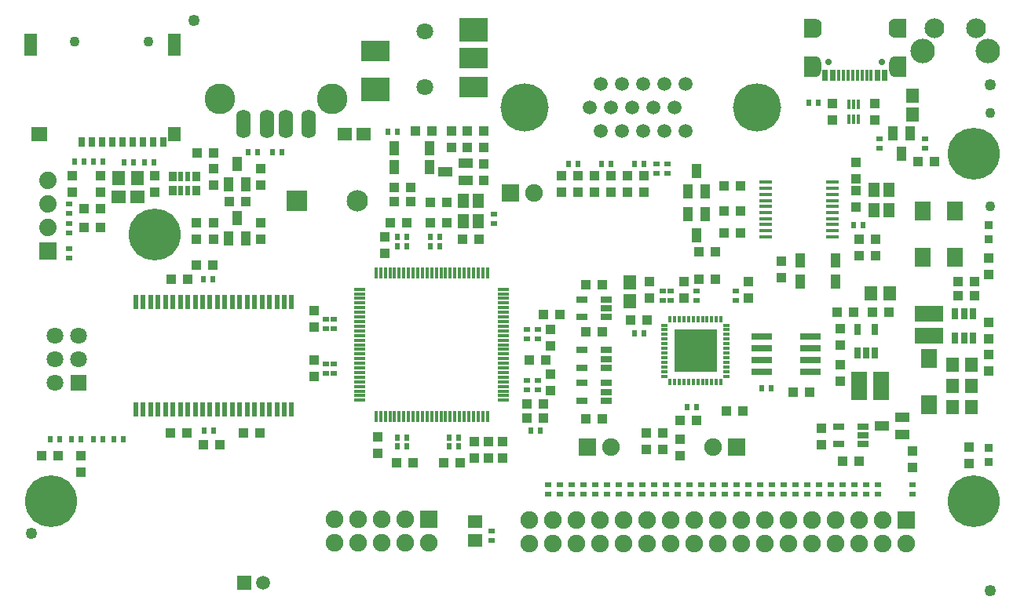
<source format=gbr>
G04 #@! TF.GenerationSoftware,KiCad,Pcbnew,5.1.0-rc2-unknown-036be7d~80~ubuntu16.04.1*
G04 #@! TF.CreationDate,2022-12-16T15:04:29+02:00*
G04 #@! TF.ProjectId,AgonLight2_Rev_B,41676f6e-4c69-4676-9874-325f5265765f,rev?*
G04 #@! TF.SameCoordinates,Original*
G04 #@! TF.FileFunction,Soldermask,Top*
G04 #@! TF.FilePolarity,Negative*
%FSLAX46Y46*%
G04 Gerber Fmt 4.6, Leading zero omitted, Abs format (unit mm)*
G04 Created by KiCad (PCBNEW 5.1.0-rc2-unknown-036be7d~80~ubuntu16.04.1) date 2022-12-16 15:04:29*
%MOMM*%
%LPD*%
G04 APERTURE LIST*
%ADD10R,1.301600X1.501600*%
%ADD11C,1.901600*%
%ADD12R,1.851600X1.851600*%
%ADD13R,1.371600X1.625600*%
%ADD14C,1.801600*%
%ADD15R,1.801600X1.801600*%
%ADD16R,2.301600X0.701600*%
%ADD17R,1.901600X1.901600*%
%ADD18R,2.301600X2.301600*%
%ADD19C,2.301600*%
%ADD20R,0.351600X1.101600*%
%ADD21C,2.133600*%
%ADD22C,2.641600*%
%ADD23C,5.201600*%
%ADD24C,1.501600*%
%ADD25C,1.101600*%
%ADD26R,1.879600X1.879600*%
%ADD27C,1.879600*%
%ADD28R,3.101599X2.201600*%
%ADD29R,3.101599X2.601600*%
%ADD30R,1.301600X0.651600*%
%ADD31R,1.117600X1.117600*%
%ADD32R,1.625600X1.371600*%
%ADD33R,0.901600X0.901600*%
%ADD34R,1.101600X1.501600*%
%ADD35R,1.801600X2.101600*%
%ADD36R,1.501600X1.101600*%
%ADD37C,1.254000*%
%ADD38R,3.101600X1.701600*%
%ADD39R,1.701600X3.101600*%
%ADD40R,1.400000X2.400000*%
%ADD41R,1.800000X1.600000*%
%ADD42R,1.400000X1.600000*%
%ADD43R,0.700000X1.100000*%
%ADD44R,0.863600X1.117600*%
%ADD45R,0.609600X1.117600*%
%ADD46R,0.601600X0.651600*%
%ADD47R,0.651600X0.601600*%
%ADD48R,1.301600X0.351600*%
%ADD49R,0.351600X1.301600*%
%ADD50R,0.501600X1.601600*%
%ADD51C,1.701600*%
%ADD52R,4.601600X4.601600*%
%ADD53R,0.351600X0.801600*%
%ADD54R,0.801600X0.351600*%
%ADD55R,0.651600X1.301600*%
%ADD56R,1.371600X0.426600*%
%ADD57R,0.401600X1.251600*%
%ADD58O,1.301600X2.301600*%
%ADD59C,0.701600*%
%ADD60O,1.401600X2.101600*%
%ADD61R,0.351600X1.251600*%
%ADD62R,1.201600X2.301600*%
%ADD63R,1.201600X2.101600*%
%ADD64C,3.301600*%
%ADD65O,1.601600X3.101600*%
%ADD66R,1.501600X1.501600*%
%ADD67C,5.601600*%
G04 APERTURE END LIST*
D10*
X97752000Y-106342000D03*
X99352000Y-108542000D03*
X97752000Y-108542000D03*
X99352000Y-106342000D03*
D11*
X83920000Y-143270000D03*
X83920000Y-140730000D03*
X86460000Y-143270000D03*
X86460000Y-140730000D03*
X89000000Y-143270000D03*
X89000000Y-140730000D03*
X91540000Y-143270000D03*
X91540000Y-140730000D03*
X94080000Y-143270000D03*
D12*
X94080000Y-140730000D03*
D13*
X150495000Y-128651000D03*
X152527000Y-128651000D03*
D14*
X53730000Y-120960000D03*
X56270000Y-120960000D03*
X53730000Y-123500000D03*
X56270000Y-123500000D03*
X53730000Y-126040000D03*
D15*
X56270000Y-126040000D03*
D16*
X135188000Y-124841000D03*
X135188000Y-123571000D03*
X135188000Y-122301000D03*
X135188000Y-121031000D03*
X129988000Y-121031000D03*
X129988000Y-122301000D03*
X129988000Y-123571000D03*
X129988000Y-124841000D03*
D11*
X105410000Y-105537000D03*
D17*
X102870000Y-105537000D03*
D18*
X79808000Y-106400000D03*
D19*
X86308000Y-106400000D03*
D20*
X139827000Y-95964000D03*
X139327000Y-95964000D03*
X140327000Y-95964000D03*
X139327000Y-97584000D03*
X139827000Y-97584000D03*
X140327000Y-97584000D03*
D21*
X153060600Y-87755400D03*
X148539400Y-87755400D03*
D22*
X154305200Y-90244600D03*
X147294800Y-90244600D03*
D23*
X104403000Y-96310000D03*
X129397000Y-96310000D03*
D24*
X121715000Y-93770000D03*
X119429000Y-93770000D03*
X117143000Y-93770000D03*
X114857000Y-93770000D03*
X112571000Y-93770000D03*
X120572000Y-96310000D03*
X118286000Y-96310000D03*
X116000000Y-96310000D03*
X113714000Y-96310000D03*
X111428000Y-96310000D03*
X121715000Y-98850000D03*
X119429000Y-98850000D03*
X117143000Y-98850000D03*
X114857000Y-98850000D03*
X112571000Y-98850000D03*
D25*
X154559000Y-96901000D03*
D26*
X53000000Y-111810000D03*
D27*
X53000000Y-109270000D03*
X53000000Y-106730000D03*
X53000000Y-104190000D03*
D14*
X93600000Y-94100000D03*
X93600000Y-88100000D03*
D28*
X98900000Y-91000000D03*
X88300000Y-90200000D03*
X98900000Y-94100000D03*
D29*
X88300000Y-94400000D03*
X98900000Y-87900000D03*
D30*
X113187000Y-118933000D03*
X113187000Y-117983000D03*
X113187000Y-117033000D03*
X110587000Y-118933000D03*
X110587000Y-117033000D03*
X110587000Y-122494000D03*
X110587000Y-124394000D03*
X113187000Y-122494000D03*
X113187000Y-123444000D03*
X113187000Y-124394000D03*
X113187000Y-127950000D03*
X113187000Y-127000000D03*
X113187000Y-126050000D03*
X110587000Y-127950000D03*
X110587000Y-126050000D03*
D17*
X111125000Y-132969000D03*
D11*
X113665000Y-132969000D03*
X124714000Y-132969000D03*
D17*
X127254000Y-132969000D03*
D31*
X81661000Y-120015000D03*
X81661000Y-118237000D03*
X81661000Y-123571000D03*
X81661000Y-125349000D03*
X92329000Y-134620000D03*
X90551000Y-134620000D03*
X95631000Y-134620000D03*
X97409000Y-134620000D03*
X107188000Y-125095000D03*
X107188000Y-126873000D03*
X107188000Y-120269000D03*
X107188000Y-122047000D03*
X94234000Y-108712000D03*
X96012000Y-108712000D03*
X89916000Y-108712000D03*
X91694000Y-108712000D03*
X71501000Y-132715000D03*
X69723000Y-132715000D03*
X70739000Y-113284000D03*
X68961000Y-113284000D03*
X117856000Y-115062000D03*
X117856000Y-116840000D03*
X122936000Y-130048000D03*
X121158000Y-130048000D03*
X94361000Y-98806000D03*
X92583000Y-98806000D03*
X117602000Y-119253000D03*
X115824000Y-119253000D03*
X98171000Y-98806000D03*
X98171000Y-100584000D03*
X121539000Y-115062000D03*
X121539000Y-116840000D03*
X123190000Y-114808000D03*
X124968000Y-114808000D03*
X128524000Y-115062000D03*
X128524000Y-116840000D03*
D13*
X152527000Y-124079000D03*
X150495000Y-124079000D03*
D32*
X99060000Y-140970000D03*
X99060000Y-143002000D03*
D13*
X150495000Y-126365000D03*
X152527000Y-126365000D03*
D31*
X55626000Y-105410000D03*
X55626000Y-103632000D03*
D13*
X62611000Y-103886000D03*
X60579000Y-103886000D03*
D31*
X136398000Y-132715000D03*
X136398000Y-130937000D03*
X141859000Y-118364000D03*
X143637000Y-118364000D03*
D13*
X143764000Y-116332000D03*
X141732000Y-116332000D03*
D31*
X140081000Y-105283000D03*
X140081000Y-107061000D03*
X140081000Y-102235000D03*
X140081000Y-104013000D03*
X127635000Y-109855000D03*
X125857000Y-109855000D03*
X152908000Y-116586000D03*
X151130000Y-116586000D03*
X152908000Y-115062000D03*
X151130000Y-115062000D03*
X138430000Y-125857000D03*
X138430000Y-124079000D03*
D33*
X154400000Y-134562000D03*
X154400000Y-133038000D03*
X154400000Y-110562000D03*
X154400000Y-109038000D03*
D34*
X94102000Y-102743000D03*
X90302000Y-102743000D03*
X90302000Y-100711000D03*
X94102000Y-100711000D03*
D35*
X150749000Y-112482000D03*
X150749000Y-107482000D03*
X147320000Y-107482000D03*
X147320000Y-112482000D03*
X147955000Y-128357000D03*
X147955000Y-123357000D03*
D34*
X73403460Y-108244640D03*
X74358500Y-110454440D03*
X72456040Y-110454440D03*
X73403460Y-102402640D03*
X74358500Y-104612440D03*
X72456040Y-104612440D03*
D36*
X145125440Y-131632960D03*
X145125440Y-129730500D03*
X142915640Y-130685540D03*
D37*
X154559000Y-93853000D03*
X68707000Y-86868000D03*
X154559000Y-148463000D03*
D25*
X154559000Y-106934000D03*
D13*
X115697000Y-115189000D03*
X115697000Y-117221000D03*
D32*
X84963000Y-99187000D03*
X86995000Y-99187000D03*
X62611000Y-105918000D03*
X60579000Y-105918000D03*
D13*
X146177000Y-97028000D03*
X146177000Y-94996000D03*
D38*
X147955000Y-118561000D03*
X147955000Y-120961000D03*
D39*
X142805000Y-126365000D03*
X140405000Y-126365000D03*
D25*
X63853000Y-89167800D03*
X55852000Y-89167800D03*
D40*
X51150000Y-89570000D03*
X66650000Y-89570000D03*
D41*
X52050000Y-99170000D03*
D42*
X66650000Y-99170000D03*
D43*
X56650000Y-100050000D03*
X57750000Y-100050000D03*
X58850000Y-100050000D03*
X59950000Y-100050000D03*
X61050000Y-100050000D03*
X62150000Y-100050000D03*
X63250000Y-100050000D03*
X64350000Y-100050000D03*
X65450000Y-100050000D03*
D36*
X98008440Y-104200960D03*
X98008440Y-102298500D03*
X95798640Y-103253540D03*
D10*
X143675000Y-107399000D03*
X142075000Y-105199000D03*
X143675000Y-105199000D03*
X142075000Y-107399000D03*
D34*
X122933460Y-103164640D03*
X123888500Y-105374440D03*
X121986040Y-105374440D03*
X123885960Y-107858560D03*
X121983500Y-107858560D03*
X122938540Y-110068360D03*
D31*
X88519000Y-133604000D03*
X88519000Y-131826000D03*
X98933000Y-132334000D03*
X98933000Y-134112000D03*
X100457000Y-134112000D03*
X100457000Y-132334000D03*
X101981000Y-132334000D03*
X101981000Y-134112000D03*
X90297000Y-104902000D03*
X92075000Y-104902000D03*
X92075000Y-106426000D03*
X90297000Y-106426000D03*
X89281000Y-112014000D03*
X89281000Y-110236000D03*
X108204000Y-118618000D03*
X106426000Y-118618000D03*
X104648000Y-129794000D03*
X106426000Y-129794000D03*
X106426000Y-128270000D03*
X104648000Y-128270000D03*
X104902000Y-123571000D03*
X106680000Y-123571000D03*
X99441000Y-110490000D03*
X97663000Y-110490000D03*
X94234000Y-106553000D03*
X96012000Y-106553000D03*
X67945000Y-131445000D03*
X66167000Y-131445000D03*
X66294000Y-114808000D03*
X68072000Y-114808000D03*
X74041000Y-131445000D03*
X75819000Y-131445000D03*
X110998000Y-129921000D03*
X112776000Y-129921000D03*
X110998000Y-115443000D03*
X112776000Y-115443000D03*
X112776000Y-120523000D03*
X110998000Y-120523000D03*
X117475000Y-133223000D03*
X119253000Y-133223000D03*
X119253000Y-131445000D03*
X117475000Y-131445000D03*
X99949000Y-104140000D03*
X99949000Y-102362000D03*
X96520000Y-98806000D03*
X96520000Y-100584000D03*
X127889000Y-129032000D03*
X126111000Y-129032000D03*
X99949000Y-98806000D03*
X99949000Y-100584000D03*
X110109000Y-103632000D03*
X110109000Y-105410000D03*
X108331000Y-105410000D03*
X108331000Y-103632000D03*
X111887000Y-103632000D03*
X111887000Y-105410000D03*
X113665000Y-105410000D03*
X113665000Y-103632000D03*
X115443000Y-103632000D03*
X115443000Y-105410000D03*
X117221000Y-103632000D03*
X117221000Y-105410000D03*
X135128000Y-127000000D03*
X133350000Y-127000000D03*
X68961000Y-108712000D03*
X68961000Y-110490000D03*
X70866000Y-104648000D03*
X70866000Y-102870000D03*
X75946000Y-108712000D03*
X75946000Y-110490000D03*
X75946000Y-104648000D03*
X75946000Y-102870000D03*
X70866000Y-108712000D03*
X70866000Y-110490000D03*
X72517000Y-106426000D03*
X74295000Y-106426000D03*
X56896000Y-109220000D03*
X58674000Y-109220000D03*
X58674000Y-107188000D03*
X56896000Y-107188000D03*
X70866000Y-101219000D03*
X69088000Y-101219000D03*
X58674000Y-105410000D03*
X58674000Y-103632000D03*
X64516000Y-105410000D03*
X64516000Y-103632000D03*
X146177000Y-135128000D03*
X146177000Y-133350000D03*
X142113000Y-95885000D03*
X142113000Y-97663000D03*
X137541000Y-97663000D03*
X137541000Y-95885000D03*
X152273000Y-132969000D03*
X152273000Y-134747000D03*
X140462000Y-134493000D03*
X138684000Y-134493000D03*
X138430000Y-120142000D03*
X138430000Y-121920000D03*
X138049000Y-118364000D03*
X139827000Y-118364000D03*
D44*
X66421000Y-103759000D03*
X66421000Y-105283000D03*
X68961000Y-103759000D03*
X68961000Y-105283000D03*
D45*
X67310000Y-103759000D03*
X68072000Y-103759000D03*
X67310000Y-105283000D03*
X68072000Y-105283000D03*
D46*
X89662000Y-98933000D03*
X90678000Y-98933000D03*
X109093000Y-102362000D03*
X110109000Y-102362000D03*
X113665000Y-102362000D03*
X112649000Y-102362000D03*
D47*
X118618000Y-103378000D03*
X118618000Y-102362000D03*
D46*
X117221000Y-102362000D03*
X116205000Y-102362000D03*
D47*
X119761000Y-102362000D03*
X119761000Y-103378000D03*
X100838000Y-143002000D03*
X100838000Y-141986000D03*
D46*
X74549000Y-101092000D03*
X75565000Y-101092000D03*
D47*
X146177000Y-137033000D03*
X146177000Y-138049000D03*
D46*
X77216000Y-101092000D03*
X78232000Y-101092000D03*
D47*
X106934000Y-137033000D03*
X106934000Y-138049000D03*
X108204000Y-138049000D03*
X108204000Y-137033000D03*
X109474000Y-138049000D03*
X109474000Y-137033000D03*
X110744000Y-137033000D03*
X110744000Y-138049000D03*
D46*
X61087000Y-132080000D03*
X60071000Y-132080000D03*
D47*
X112014000Y-137033000D03*
X112014000Y-138049000D03*
X113284000Y-138049000D03*
X113284000Y-137033000D03*
X114554000Y-138049000D03*
X114554000Y-137033000D03*
X115824000Y-137033000D03*
X115824000Y-138049000D03*
X55245000Y-107696000D03*
X55245000Y-106680000D03*
X117094000Y-137033000D03*
X117094000Y-138049000D03*
X118364000Y-138049000D03*
X118364000Y-137033000D03*
X55245000Y-109855000D03*
X55245000Y-108839000D03*
D46*
X57912000Y-132080000D03*
X58928000Y-132080000D03*
D47*
X119634000Y-138049000D03*
X119634000Y-137033000D03*
X120904000Y-137033000D03*
X120904000Y-138049000D03*
X55245000Y-111506000D03*
X55245000Y-112522000D03*
D46*
X55499000Y-132080000D03*
X56515000Y-132080000D03*
D47*
X122174000Y-138049000D03*
X122174000Y-137033000D03*
X123444000Y-138049000D03*
X123444000Y-137033000D03*
D46*
X54229000Y-132080000D03*
X53213000Y-132080000D03*
D47*
X124714000Y-137033000D03*
X124714000Y-138049000D03*
X125984000Y-137033000D03*
X125984000Y-138049000D03*
X127254000Y-138049000D03*
X127254000Y-137033000D03*
X128524000Y-138049000D03*
X128524000Y-137033000D03*
X129794000Y-137033000D03*
X129794000Y-138049000D03*
X131064000Y-137033000D03*
X131064000Y-138049000D03*
X132334000Y-138049000D03*
X132334000Y-137033000D03*
X133604000Y-138049000D03*
X133604000Y-137033000D03*
X134874000Y-137033000D03*
X134874000Y-138049000D03*
X136144000Y-137033000D03*
X136144000Y-138049000D03*
X137414000Y-138049000D03*
X137414000Y-137033000D03*
X138684000Y-137033000D03*
X138684000Y-138049000D03*
D46*
X56896000Y-102108000D03*
X55880000Y-102108000D03*
D47*
X139954000Y-137033000D03*
X139954000Y-138049000D03*
D46*
X58928000Y-102108000D03*
X57912000Y-102108000D03*
X62230000Y-102235000D03*
X61214000Y-102235000D03*
X64389000Y-102235000D03*
X63373000Y-102235000D03*
X136017000Y-95758000D03*
X135001000Y-95758000D03*
D48*
X86611000Y-121920000D03*
X102111000Y-121920000D03*
X86611000Y-121420000D03*
X86611000Y-120920000D03*
X86611000Y-120420000D03*
X86611000Y-119920000D03*
X86611000Y-119420000D03*
X86611000Y-118920000D03*
X86611000Y-118420000D03*
X86611000Y-117920000D03*
X86611000Y-117420000D03*
X86611000Y-116920000D03*
X86611000Y-116420000D03*
X86611000Y-115920000D03*
X86611000Y-122420000D03*
X86611000Y-122920000D03*
X86611000Y-123420000D03*
X86611000Y-123920000D03*
X86611000Y-124420000D03*
X86611000Y-124920000D03*
X86611000Y-125420000D03*
X86611000Y-125920000D03*
X86611000Y-126420000D03*
X86611000Y-126920000D03*
X86611000Y-127420000D03*
X86611000Y-127920000D03*
D49*
X94361000Y-129670000D03*
X94361000Y-114170000D03*
X93861000Y-129670000D03*
X93361000Y-129670000D03*
X92861000Y-129670000D03*
X92361000Y-129670000D03*
X91861000Y-129670000D03*
X91361000Y-129670000D03*
X90861000Y-129670000D03*
X90361000Y-129670000D03*
X89861000Y-129670000D03*
X89361000Y-129670000D03*
X88861000Y-129670000D03*
X88361000Y-129670000D03*
X94861000Y-129670000D03*
X95361000Y-129670000D03*
X95861000Y-129670000D03*
X96361000Y-129670000D03*
X96861000Y-129670000D03*
X97361000Y-129670000D03*
X97861000Y-129670000D03*
X98361000Y-129670000D03*
X98861000Y-129670000D03*
X99361000Y-129670000D03*
X99861000Y-129670000D03*
X100361000Y-129670000D03*
D48*
X102111000Y-127920000D03*
X102111000Y-127420000D03*
X102111000Y-126920000D03*
X102111000Y-126420000D03*
X102111000Y-125920000D03*
X102111000Y-125420000D03*
X102111000Y-124920000D03*
X102111000Y-124420000D03*
X102111000Y-123920000D03*
X102111000Y-123420000D03*
X102111000Y-122920000D03*
X102111000Y-122420000D03*
X102111000Y-121420000D03*
X102111000Y-120920000D03*
X102111000Y-120420000D03*
X102111000Y-119920000D03*
X102111000Y-119420000D03*
X102111000Y-118920000D03*
X102111000Y-118420000D03*
X102111000Y-117920000D03*
X102111000Y-117420000D03*
X102111000Y-116920000D03*
X102111000Y-116420000D03*
X102111000Y-115920000D03*
D49*
X100361000Y-114170000D03*
X99861000Y-114170000D03*
X99361000Y-114170000D03*
X98861000Y-114170000D03*
X98361000Y-114170000D03*
X97861000Y-114170000D03*
X97361000Y-114170000D03*
X96861000Y-114170000D03*
X96361000Y-114170000D03*
X95861000Y-114170000D03*
X95361000Y-114170000D03*
X94861000Y-114170000D03*
X93861000Y-114170000D03*
X93361000Y-114170000D03*
X92861000Y-114170000D03*
X92361000Y-114170000D03*
X91861000Y-114170000D03*
X91361000Y-114170000D03*
X90861000Y-114170000D03*
X90361000Y-114170000D03*
X89861000Y-114170000D03*
X89361000Y-114170000D03*
X88861000Y-114170000D03*
X88361000Y-114170000D03*
D50*
X62466000Y-128863000D03*
X63266000Y-128863000D03*
X64066000Y-128863000D03*
X64866000Y-128863000D03*
X65666000Y-128863000D03*
X66466000Y-128863000D03*
X67266000Y-128863000D03*
X68066000Y-128863000D03*
X68866000Y-128863000D03*
X69666000Y-128863000D03*
X70466000Y-128863000D03*
X71266000Y-128863000D03*
X72066000Y-128863000D03*
X72866000Y-128863000D03*
X73666000Y-128863000D03*
X74466000Y-128863000D03*
X75266000Y-128863000D03*
X76066000Y-128863000D03*
X76866000Y-128863000D03*
X77666000Y-128863000D03*
X78466000Y-128863000D03*
X79266000Y-128863000D03*
X79266000Y-117263000D03*
X78466000Y-117263000D03*
X77666000Y-117263000D03*
X76866000Y-117263000D03*
X76066000Y-117263000D03*
X75266000Y-117263000D03*
X74466000Y-117263000D03*
X73666000Y-117263000D03*
X72866000Y-117263000D03*
X72066000Y-117263000D03*
X71266000Y-117263000D03*
X70466000Y-117263000D03*
X69666000Y-117263000D03*
X68866000Y-117263000D03*
X68066000Y-117263000D03*
X67266000Y-117263000D03*
X66466000Y-117263000D03*
X65666000Y-117263000D03*
X64866000Y-117263000D03*
X64066000Y-117263000D03*
X63266000Y-117263000D03*
X62466000Y-117263000D03*
D51*
X122809000Y-122555000D03*
D52*
X122809000Y-122555000D03*
D53*
X120059000Y-119190000D03*
X120559000Y-119190000D03*
X121059000Y-119190000D03*
X121559000Y-119190000D03*
X122059000Y-119190000D03*
X122559000Y-119190000D03*
X123059000Y-119190000D03*
X123559000Y-119190000D03*
X124059000Y-119190000D03*
X124559000Y-119190000D03*
X125059000Y-119190000D03*
X125559000Y-119190000D03*
D54*
X126174000Y-119805000D03*
X126174000Y-120305000D03*
X126174000Y-120805000D03*
X126174000Y-121305000D03*
X126174000Y-121805000D03*
X126174000Y-122305000D03*
X126174000Y-122805000D03*
X126174000Y-123305000D03*
X126174000Y-123805000D03*
X126174000Y-124305000D03*
X126174000Y-124805000D03*
X126174000Y-125305000D03*
D53*
X125559000Y-125920000D03*
X125059000Y-125920000D03*
X124559000Y-125920000D03*
X124059000Y-125920000D03*
X123559000Y-125920000D03*
X123059000Y-125920000D03*
X122559000Y-125920000D03*
X122059000Y-125920000D03*
X121559000Y-125920000D03*
X121059000Y-125920000D03*
X120559000Y-125920000D03*
X120059000Y-125920000D03*
D54*
X119444000Y-125305000D03*
X119444000Y-124805000D03*
X119444000Y-124305000D03*
X119444000Y-123805000D03*
X119444000Y-123305000D03*
X119444000Y-122805000D03*
X119444000Y-122305000D03*
X119444000Y-121805000D03*
X119444000Y-121305000D03*
X119444000Y-120805000D03*
X119444000Y-120305000D03*
X119444000Y-119805000D03*
D30*
X138273000Y-130749000D03*
X138273000Y-132649000D03*
X140873000Y-130749000D03*
X140873000Y-131699000D03*
X140873000Y-132649000D03*
D55*
X142174000Y-120239000D03*
X140274000Y-120239000D03*
X142174000Y-122839000D03*
X141224000Y-122839000D03*
X140274000Y-122839000D03*
X150815000Y-118587900D03*
X151765000Y-118587900D03*
X152715000Y-118587900D03*
X152715000Y-121188100D03*
X151765000Y-121188100D03*
X150815000Y-121188100D03*
D56*
X130365500Y-110240000D03*
X130365500Y-109590000D03*
X130365500Y-108940000D03*
X130365500Y-108290000D03*
X130365500Y-107640000D03*
X130365500Y-106990000D03*
X130365500Y-106340000D03*
X130365500Y-105690000D03*
X130365500Y-105040000D03*
X130365500Y-104390000D03*
X137604500Y-104390000D03*
X137604500Y-105040000D03*
X137604500Y-105690000D03*
X137604500Y-106340000D03*
X137604500Y-106990000D03*
X137604500Y-107640000D03*
X137604500Y-108290000D03*
X137604500Y-108940000D03*
X137604500Y-109590000D03*
X137604500Y-110240000D03*
D34*
X145984000Y-99103000D03*
X144084000Y-99103000D03*
X145034000Y-101303000D03*
D57*
X136675000Y-92832000D03*
X143325000Y-92832000D03*
X136925000Y-92832000D03*
X143075000Y-92832000D03*
X137475000Y-92832000D03*
X142525000Y-92832000D03*
X137725000Y-92832000D03*
X142275000Y-92832000D03*
D58*
X144320000Y-91930000D03*
D59*
X142890000Y-91430000D03*
D60*
X144320000Y-87750000D03*
X135680000Y-87750000D03*
D58*
X135680000Y-91930000D03*
D61*
X140250000Y-92832000D03*
X139250000Y-92832000D03*
X138750000Y-92832000D03*
X139750000Y-92832000D03*
X138250000Y-92832000D03*
X140750000Y-92832000D03*
X141250000Y-92832000D03*
X141750000Y-92832000D03*
D59*
X137110000Y-91430000D03*
D62*
X144927600Y-91930000D03*
D63*
X144927600Y-87750000D03*
D62*
X135072400Y-91930000D03*
D63*
X135072400Y-87750000D03*
D64*
X83670000Y-95400000D03*
X71530000Y-95400000D03*
D65*
X81100000Y-98110000D03*
X78600000Y-98110000D03*
X76600000Y-98110000D03*
X74100000Y-98110000D03*
D31*
X154432000Y-122936000D03*
X154432000Y-124714000D03*
X154432000Y-121285000D03*
X154432000Y-119507000D03*
X154432000Y-112522000D03*
X154432000Y-114300000D03*
X140462000Y-112268000D03*
X142240000Y-112268000D03*
X127635000Y-104775000D03*
X125857000Y-104775000D03*
X125857000Y-107442000D03*
X127635000Y-107442000D03*
X124968000Y-111887000D03*
X123190000Y-111887000D03*
X121158000Y-133858000D03*
X121158000Y-132080000D03*
X148590000Y-102108000D03*
X146812000Y-102108000D03*
D24*
X76203300Y-147645320D03*
D66*
X74191620Y-147647860D03*
D67*
X53300000Y-138800000D03*
X152800000Y-101300000D03*
X64500000Y-110000000D03*
X152800000Y-138800000D03*
D34*
X134117000Y-112776000D03*
X137917000Y-112776000D03*
X137917000Y-115062000D03*
X134117000Y-115062000D03*
D31*
X142240000Y-110490000D03*
X140462000Y-110490000D03*
X132080000Y-112903000D03*
X132080000Y-114681000D03*
D47*
X82931000Y-120142000D03*
X82931000Y-119126000D03*
X82931000Y-124968000D03*
X82931000Y-123952000D03*
D46*
X90678000Y-132842000D03*
X91694000Y-132842000D03*
X97282000Y-132842000D03*
X96266000Y-132842000D03*
X105029000Y-131191000D03*
X106045000Y-131191000D03*
D47*
X105791000Y-125730000D03*
X105791000Y-126746000D03*
X105791000Y-121285000D03*
X105791000Y-120269000D03*
D46*
X94234000Y-110236000D03*
X95250000Y-110236000D03*
X90678000Y-110236000D03*
X91694000Y-110236000D03*
D47*
X101092000Y-108839000D03*
X101092000Y-107823000D03*
D46*
X70866000Y-131191000D03*
X69850000Y-131191000D03*
X70739000Y-114808000D03*
X69723000Y-114808000D03*
D47*
X119253000Y-117094000D03*
X119253000Y-116078000D03*
D46*
X122936000Y-128651000D03*
X121920000Y-128651000D03*
X116205000Y-120650000D03*
X117221000Y-120650000D03*
X130937000Y-126619000D03*
X129921000Y-126619000D03*
D47*
X120142000Y-116078000D03*
X120142000Y-117094000D03*
X122936000Y-117094000D03*
X122936000Y-116078000D03*
X127127000Y-117094000D03*
X127127000Y-116078000D03*
D46*
X140843000Y-108966000D03*
X139827000Y-108966000D03*
D47*
X142621000Y-100711000D03*
X142621000Y-99695000D03*
X147574000Y-99695000D03*
X147574000Y-100711000D03*
X83820000Y-119126000D03*
X83820000Y-120142000D03*
X83820000Y-124968000D03*
X83820000Y-123952000D03*
D46*
X90678000Y-131953000D03*
X91694000Y-131953000D03*
X97282000Y-131953000D03*
X96266000Y-131953000D03*
D47*
X104648000Y-126746000D03*
X104648000Y-125730000D03*
X104648000Y-120269000D03*
X104648000Y-121285000D03*
D46*
X95250000Y-111252000D03*
X94234000Y-111252000D03*
X91694000Y-111252000D03*
X90678000Y-111252000D03*
D11*
X120120000Y-140830000D03*
X117580000Y-140830000D03*
X117580000Y-143370000D03*
X120120000Y-143370000D03*
X112500000Y-140830000D03*
X109960000Y-143370000D03*
X112500000Y-143370000D03*
X109960000Y-140830000D03*
X104880000Y-140830000D03*
X107420000Y-143370000D03*
X107420000Y-140830000D03*
X104880000Y-143370000D03*
X115040000Y-140830000D03*
X115040000Y-143370000D03*
X122660000Y-140830000D03*
X122660000Y-143370000D03*
X125200000Y-140830000D03*
X125200000Y-143370000D03*
X127740000Y-140830000D03*
X127740000Y-143370000D03*
X130280000Y-140830000D03*
X130280000Y-143370000D03*
X132820000Y-140830000D03*
X132820000Y-143370000D03*
X135360000Y-143370000D03*
X135360000Y-140830000D03*
X137900000Y-143370000D03*
X137900000Y-140830000D03*
X140440000Y-143370000D03*
X140440000Y-140830000D03*
X142980000Y-143370000D03*
X142980000Y-140830000D03*
X145520000Y-143370000D03*
D12*
X145520000Y-140830000D03*
D47*
X141224000Y-137033000D03*
X141224000Y-138049000D03*
X142494000Y-138049000D03*
X142494000Y-137033000D03*
D31*
X56515000Y-133858000D03*
X56515000Y-135636000D03*
X52324000Y-133858000D03*
X54102000Y-133858000D03*
D37*
X51181000Y-142240000D03*
M02*

</source>
